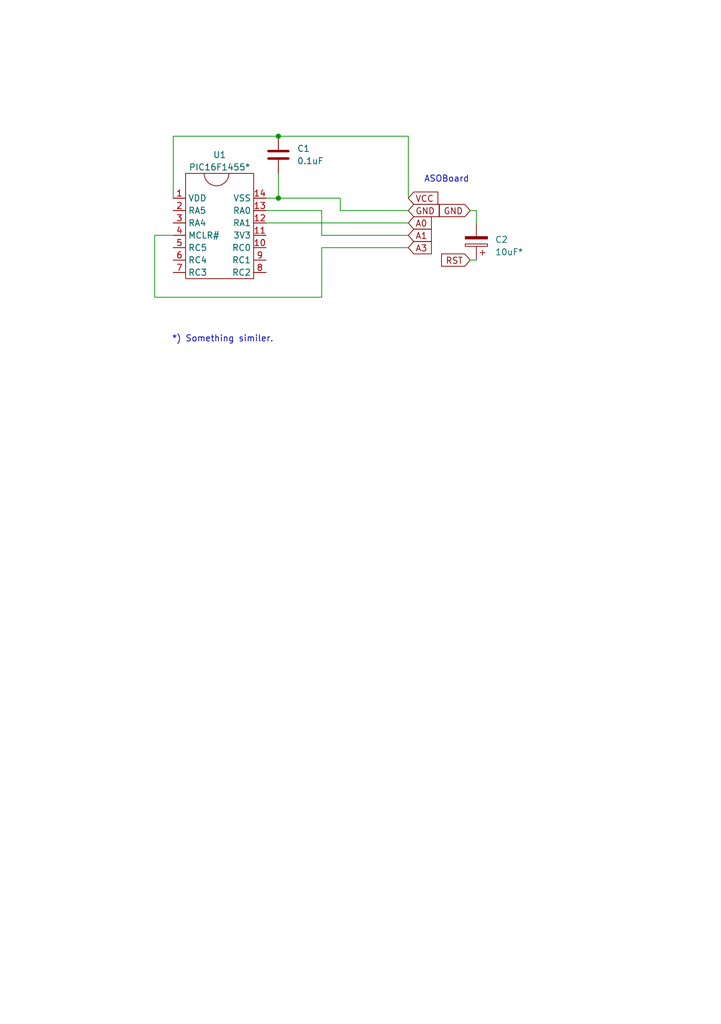
<source format=kicad_sch>
(kicad_sch (version 20231120) (generator "eeschema") (generator_version "8.0")
  (paper "A5" portrait)
  (lib_symbols
    (symbol "0Ore:PIC16F1455"
      (property "Reference" "U" (at 0 0 0))
      (symbol "PIC16F1455_0_1"
        (rectangle (start -7.62 22.86) (end 6.35 1.27))
        (arc (start -3.81 22.86) (mid -3.0661 21.0639) (end -1.27 20.32))
        (arc (start -1.27 20.32) (mid 0.5261 21.0639) (end 1.27 22.86))
      )
      (symbol "PIC16F1455_1_1"
        (pin output line (at -10.16 17.78 0) (length 2.54) (name "VDD") (number "1"))
        (pin bidirectional line (at 8.89 7.62 180) (length 2.54) (name "RC0") (number "10"))
        (pin output line (at 8.89 10.16 180) (length 2.54) (name "3V3") (number "11"))
        (pin bidirectional line (at 8.89 12.7 180) (length 2.54) (name "RA1") (number "12"))
        (pin bidirectional line (at 8.89 15.24 180) (length 2.54) (name "RA0") (number "13"))
        (pin output line (at 8.89 17.78 180) (length 2.54) (name "VSS") (number "14"))
        (pin bidirectional line (at -10.16 15.24 0) (length 2.54) (name "RA5") (number "2"))
        (pin bidirectional line (at -10.16 12.7 0) (length 2.54) (name "RA4") (number "3"))
        (pin input line (at -10.16 10.16 0) (length 2.54) (name "MCLR#") (number "4"))
        (pin bidirectional line (at -10.16 7.62 0) (length 2.54) (name "RC5") (number "5"))
        (pin bidirectional line (at -10.16 5.08 0) (length 2.54) (name "RC4") (number "6"))
        (pin bidirectional line (at -10.16 2.54 0) (length 2.54) (name "RC3") (number "7"))
        (pin bidirectional line (at 8.89 2.54 180) (length 2.54) (name "RC2") (number "8"))
        (pin bidirectional line (at 8.89 5.08 180) (length 2.54) (name "RC1") (number "9"))
      )
    )
    (symbol "Device:C" (pin_numbers hide) (pin_names (offset 0.254))
      (property "Reference" "C" (at 0.635 2.54 0))
      (property "Value" "C" (at 0.635 -2.54 0))
      (symbol "C_0_1"
        (polyline (pts (xy -2.032 -0.762) (xy 2.032 -0.762)) (stroke (width 0.508)))
        (polyline (pts (xy -2.032 0.762) (xy 2.032 0.762)) (stroke (width 0.508)))
      )
      (symbol "C_1_1"
        (pin passive line (at 0 3.81 270) (length 2.794) (name "~") (number "1"))
        (pin passive line (at 0 -3.81 90) (length 2.794) (name "~") (number "2"))
      )
    )
    (symbol "Device:C_Polarized" (pin_numbers hide) (pin_names (offset 0.254))
      (property "Reference" "C" (at 0.635 2.54 0))
      (property "Value" "C_Polarized" (at 0.635 -2.54 0))
      (symbol "C_Polarized_0_1"
        (rectangle (start -2.286 0.508) (end 2.286 1.016))
        (polyline (pts (xy -1.778 2.286) (xy -0.762 2.286)))
        (polyline (pts (xy -1.27 2.794) (xy -1.27 1.778)))
        (rectangle (start 2.286 -0.508) (end -2.286 -1.016) (fill (type outline)))
      )
      (symbol "C_Polarized_1_1"
        (pin passive line (at 0 3.81 270) (length 2.794) (name "~") (number "1"))
        (pin passive line (at 0 -3.81 90) (length 2.794) (name "~") (number "2"))
      )
    )
  )
  (junction (at 57.15 27.94))
  (junction (at 57.15 40.64))
  (wire (pts (xy 83.82 50.8) (xy 66.04 50.8)))
  (wire (pts (xy 35.56 48.26) (xy 31.75 48.26)))
  (wire (pts (xy 57.15 27.94) (xy 83.82 27.94)))
  (wire (pts (xy 54.61 43.18) (xy 66.04 43.18)))
  (wire (pts (xy 57.15 35.56) (xy 57.15 40.64)))
  (wire (pts (xy 96.52 53.34) (xy 97.79 53.34)))
  (wire (pts (xy 31.75 48.26) (xy 31.75 60.96)))
  (wire (pts (xy 69.85 43.18) (xy 83.82 43.18)))
  (wire (pts (xy 54.61 40.64) (xy 57.15 40.64)))
  (wire (pts (xy 66.04 43.18) (xy 66.04 48.26)))
  (wire (pts (xy 96.52 43.18) (xy 97.79 43.18)))
  (wire (pts (xy 31.75 60.96) (xy 66.04 60.96)))
  (wire (pts (xy 69.85 40.64) (xy 69.85 43.18)))
  (wire (pts (xy 97.79 45.72) (xy 97.79 43.18)))
  (wire (pts (xy 35.56 40.64) (xy 35.56 27.94)))
  (wire (pts (xy 54.61 45.72) (xy 83.82 45.72)))
  (wire (pts (xy 66.04 48.26) (xy 83.82 48.26)))
  (wire (pts (xy 83.82 27.94) (xy 83.82 40.64)))
  (wire (pts (xy 57.15 40.64) (xy 69.85 40.64)))
  (wire (pts (xy 66.04 50.8) (xy 66.04 60.96)))
  (wire (pts (xy 35.56 27.94) (xy 57.15 27.94)))
  (text "*) Something similer." (at 45.72 69.596 0) (effects (font (size 1.27 1.27))))
  (text "ASOBoard" (at 91.694 36.83 0) (effects (font (size 1.27 1.27))))
  (global_label "A0" (shape input) (at 83.82 45.72 0) (property "Intersheetrefs" "${INTERSHEET_REFS}" (effects (hide yes))))
  (global_label "RST" (shape input) (at 96.52 53.34 180) (property "Intersheetrefs" "${INTERSHEET_REFS}" (effects (hide yes))))
  (global_label "GND" (shape input) (at 96.52 43.18 180) (property "Intersheetrefs" "${INTERSHEET_REFS}" (effects (hide yes))))
  (global_label "VCC" (shape input) (at 83.82 40.64 0) (property "Intersheetrefs" "${INTERSHEET_REFS}" (effects (hide yes))))
  (global_label "GND" (shape input) (at 83.82 43.18 0) (property "Intersheetrefs" "${INTERSHEET_REFS}" (effects (hide yes))))
  (global_label "A3" (shape input) (at 83.82 50.8 0) (property "Intersheetrefs" "${INTERSHEET_REFS}" (effects (hide yes))))
  (global_label "A1" (shape input) (at 83.82 48.26 0) (property "Intersheetrefs" "${INTERSHEET_REFS}" (effects (hide yes))))
  (symbol (lib_id "Device:C_Polarized") (at 97.79 49.53 180) (unit 1)
    (property "Reference" "C2" (at 101.6 49.1489 0) (effects (justify right)))
    (property "Value" "10uF*" (at 101.6 51.6889 0) (effects (justify right)))
    (property "Description" "Polarized capacitor" (effects (hide yes)))
  )
  (symbol (lib_id "Device:C") (at 57.15 31.75 0) (unit 1)
    (property "Reference" "C1" (at 60.96 30.4799 0) (effects (justify left)))
    (property "Value" "0.1uF" (at 60.96 33.0199 0) (effects (justify left)))
    (property "Description" "Unpolarized capacitor" (effects (hide yes)))
  )
  (symbol (lib_id "0Ore:PIC16F1455") (at 45.72 58.42 0) (unit 1)
    (property "Reference" "U1" (at 45.085 31.75 0))
    (property "Value" "PIC16F1455*" (at 45.085 34.29 0))
  )
)
</source>
